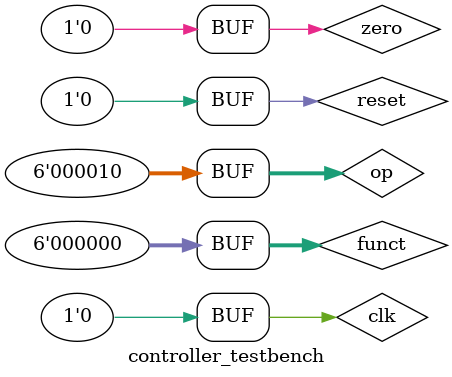
<source format=sv>
module controller(input logic clk, reset,
                  input logic [5:0] op, funct,
                  input logic zero,
                  output logic pcen, memwrite, irwrite, regwrite,
                  output logic alusrca, iord, memtoreg, regdst,
                  output logic [1:0] alusrcb, pcsrc,
                  output logic [2:0] alucontrol);

logic [1:0] aluop;
logic branch, pcwrite;
logic skip;
logic [3:0] state;
logic [14:0] controls;

//Main Decoder and ALU Decoder subunits.
maindec md(clk, reset, op, pcwrite, memwrite, irwrite, regwrite, alusrca, branch, iord, memtoreg, regdst, alusrcb, pcsrc, aluop,state,controls);

aludec ad(funct, aluop, alucontrol);

assign skip = branch & zero;

assign pcen = pcwrite ? pcwrite : skip;

endmodule 

module maindec(input logic clk, reset,
               input logic [5:0] op,
               output logic pcwrite, memwrite, irwrite, regwrite,
               output logic alusrca, branch, iord, memtoreg, regdst,
               output logic [1:0] alusrcb, pcsrc,
               output logic [1:0] aluop,output logic [3:0] state , output logic[14:0] controls);

parameter FETCH   = 4'b0000; // State 0
parameter DECODE  = 4'b0001; // State 1
parameter MEMADR  = 4'b0010; // State 2
parameter MEMRD   = 4'b0011; // State 3
parameter MEMWB   = 4'b0100; // State 4
parameter MEMWR   = 4'b0101; // State 5
parameter RTYPEEX = 4'b0110; // State 6
parameter RTYPEWB = 4'b0111; // State 7
parameter BEQEX   = 4'b1000; // State 8
parameter ADDIEX  = 4'b1001; // State 9
parameter ADDIWB  = 4'b1010; // state 10
parameter JEX     = 4'b1011; // State 11
parameter LW      = 6'b100011; // Opcode for lw
parameter SW      = 6'b101011; // Opcode for sw
parameter RTYPE   = 6'b000000; // Opcode for R-type
parameter BEQ     = 6'b000100; // Opcode for beq
parameter ADDI    = 6'b001000; // Opcode for addi
parameter J       = 6'b000010; // Opcode for j
 
logic [3:0] nextstate;
//logic [14:0] controls;

//state register
always_ff @(posedge clk or posedge reset)
if(reset) state <= FETCH;
else state <= nextstate;


//next state logic
always_comb
case(state)
 FETCH:   nextstate = DECODE;
 DECODE:  case(op)
          LW: nextstate = MEMADR;
          SW: nextstate = MEMADR;
          RTYPE: nextstate = RTYPEEX;
          BEQ: nextstate = BEQEX;
          ADDI: nextstate = ADDIEX;
          J: nextstate = JEX;
          default: nextstate = 4'bx; // should never happen
          endcase
 MEMADR:  case(op)
          LW: nextstate = MEMRD;
          SW: nextstate = MEMWR;
          default: nextstate = 4'bx;// should never happen
          endcase
 MEMRD:   nextstate = MEMWB;
 MEMWB:   nextstate = FETCH;
 MEMWR:   nextstate = FETCH;
 RTYPEEX: nextstate = RTYPEWB;
 RTYPEWB: nextstate = FETCH;
 BEQEX:   nextstate = FETCH;
 ADDIEX:  nextstate = ADDIWB;
 ADDIWB:  nextstate = FETCH;
 JEX:     nextstate = FETCH;
 default: nextstate = 4'bx; // should never happen
endcase

//output logic
assign {pcwrite, memwrite, irwrite, regwrite, alusrca, branch, iord, memtoreg, regdst, alusrcb, pcsrc, aluop} = controls;

always_comb
case(state)
 FETCH:   controls = 15'h5010;
 DECODE:  controls = 15'h0030;
 MEMADR:  controls = 15'h0420;
 MEMRD:   controls = 15'h0100;
 MEMWB:   controls = 15'h0880;
 MEMWR:   controls = 15'h2100;
 RTYPEEX: controls = 15'h0402;
 RTYPEWB: controls = 15'h0840;
 BEQEX:   controls = 15'h0605;
 ADDIEX:  controls = 15'h0420;
 ADDIWB:  controls = 15'h0800;
 JEX:     controls = 15'h4008;
 default: controls = 15'hxxxx; // should never happen
endcase

endmodule

module aludec(input logic [5:0] funct,
              input logic [1:0] aluop,
              output logic [2:0] alucontrol);

always_comb  
case(aluop)  
2'b00: alucontrol <= 3'b010; // add (for lw/sw/addi)  
2'b01: alucontrol <= 3'b110; // sub (for beq)  
default: case(funct) // R-type instructions  
         6'b100000: alucontrol <= 3'b010; // add   
         6'b100010: alucontrol <= 3'b110; // sub  
         6'b100100: alucontrol <= 3'b000; // and  
         6'b100101: alucontrol <= 3'b001; // or  
         6'b101010: alucontrol <= 3'b111; // slt  
         default:   alucontrol <= 3'bxxx; // should never happen
         endcase  
endcase  
 
endmodule 


module controller_testbench();
logic clk; 
logic reset;
logic [5:0] op, funct;
logic zero;
logic pcen, memwrite, irwrite, regwrite;
logic alusrca, iord, memtoreg, regdst;
logic [1:0] alusrcb, pcsrc;
logic [2:0] alucontrol;

controller dut (clk, reset, op, funct, zero,pcen,memwrite,irwrite,regwrite,alusrca,iord,memtoreg,regdst,alusrcb,pcsrc,alucontrol);

initial 
begin 
reset <= 1; # 5; reset <= 0; 
end

always 
begin 
clk <= 1; # 5; clk <= 0; # 5; 
end


initial
begin
op = 6'b000000; funct = 6'b100000; zero = 0; #40;
op = 6'b000000; funct = 6'b100010; zero = 0; #40;
op = 6'b000000; funct = 6'b100100; zero = 0; #40;
op = 6'b000000; funct = 6'b100101; zero = 0; #40;
op = 6'b000000; funct = 6'b101010; zero = 0; #40;
op = 6'b100011; funct = 6'b000000; zero = 0; #50;
op = 6'b101011; funct = 6'b000000; zero = 0; #40;
op = 6'b000100; funct = 6'b000000; zero = 0; #30;
op = 6'b000100; funct = 6'b000000; zero = 1; #30;
op = 6'b001000; funct = 6'b000000; zero = 0; #40;
op = 6'b000010; funct = 6'b000000; zero = 0; 
end

endmodule
</source>
